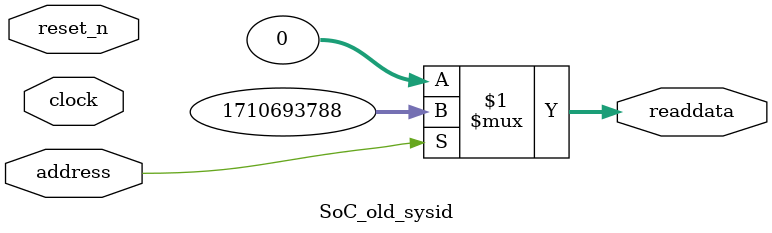
<source format=v>

`timescale 1ns / 1ps
// synthesis translate_on

// turn off superfluous verilog processor warnings 
// altera message_level Level1 
// altera message_off 10034 10035 10036 10037 10230 10240 10030 

module SoC_old_sysid (
               // inputs:
                address,
                clock,
                reset_n,

               // outputs:
                readdata
             )
;

  output  [ 31: 0] readdata;
  input            address;
  input            clock;
  input            reset_n;

  wire    [ 31: 0] readdata;
  //control_slave, which is an e_avalon_slave
  assign readdata = address ? 1710693788 : 0;

endmodule




</source>
